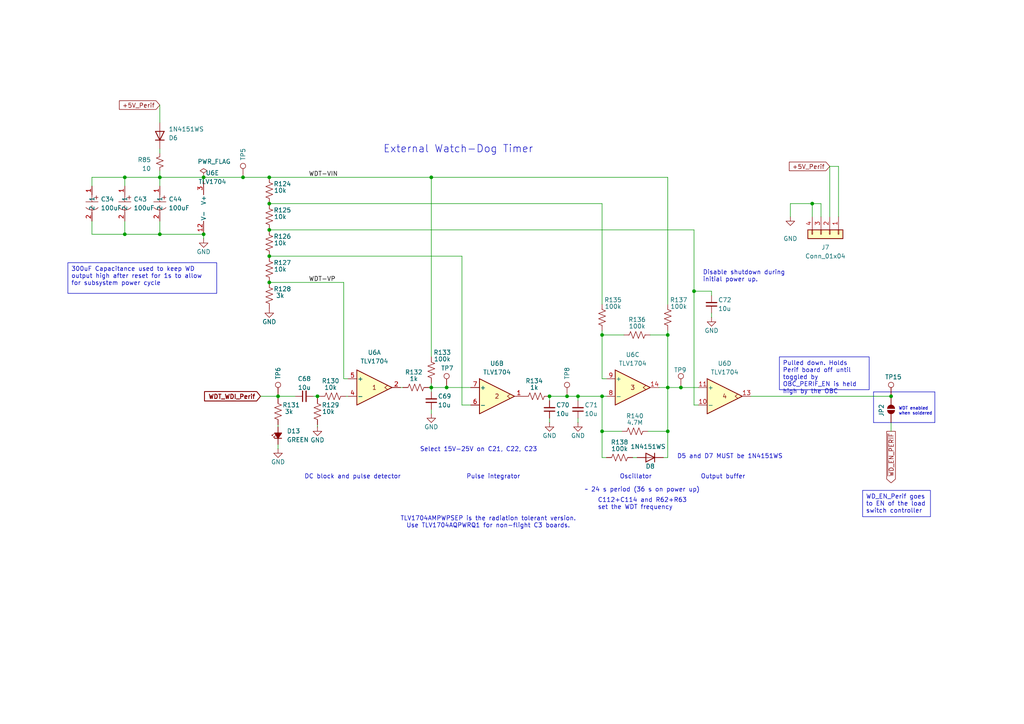
<source format=kicad_sch>
(kicad_sch (version 20250114) (generator "eeschema") (generator_version "9.0")
  (paper "A4")
  (lib_symbols
    (symbol "Connector_Generic:Conn_01x04" (pin_names (offset 1.016) (hide yes))
      (property "Reference" "J" (at 0 5.08 0))
      (property "Value" "Conn_01x04" (at 0 -7.62 0))
      (symbol "Conn_01x04_1_1"
        (rectangle (start -1.27 3.81) (end 1.27 -6.35) (stroke (width 0.254)) (fill (type background)))
        (rectangle (start -1.27 2.667) (end 0 2.413) (stroke (width 0.1524)))
        (rectangle (start -1.27 0.127) (end 0 -0.127) (stroke (width 0.1524)))
        (rectangle (start -1.27 -2.413) (end 0 -2.667) (stroke (width 0.1524)))
        (rectangle (start -1.27 -4.953) (end 0 -5.207) (stroke (width 0.1524)))
        (pin passive line (at -5.08 2.54 0) (length 3.81) (name "Pin_1") (number "1"))
        (pin passive line (at -5.08 0 0) (length 3.81) (name "Pin_2") (number "2"))
        (pin passive line (at -5.08 -2.54 0) (length 3.81) (name "Pin_3") (number "3"))
        (pin passive line (at -5.08 -5.08 0) (length 3.81) (name "Pin_4") (number "4"))
      )
    )
    (symbol "Device:C_Small" (pin_numbers (hide yes)) (pin_names (offset 0.254) (hide yes))
      (property "Reference" "C" (at 0.254 1.778 0))
      (property "Value" "C_Small" (at 0.254 -2.032 0))
      (symbol "C_Small_0_1"
        (polyline (pts (xy -1.524 0.508) (xy 1.524 0.508)) (stroke (width 0.3048)))
        (polyline (pts (xy -1.524 -0.508) (xy 1.524 -0.508)) (stroke (width 0.3302)))
      )
      (symbol "C_Small_1_1"
        (pin passive line (at 0 2.54 270) (length 2.032) (name "~") (number "1"))
        (pin passive line (at 0 -2.54 90) (length 2.032) (name "~") (number "2"))
      )
    )
    (symbol "Device:LED_Small_Filled" (pin_numbers (hide yes)) (pin_names (offset 0.254) (hide yes))
      (property "Reference" "D" (at -1.27 3.175 0))
      (property "Value" "LED_Small_Filled" (at -4.445 -2.54 0))
      (symbol "LED_Small_Filled_0_1"
        (polyline (pts (xy -0.762 -1.016) (xy -0.762 1.016)) (stroke (width 0.254)))
        (polyline (pts (xy 0 0.762) (xy -0.508 1.27) (xy -0.254 1.27) (xy -0.508 1.27) (xy -0.508 1.016)))
        (polyline (pts (xy 0.508 1.27) (xy 0 1.778) (xy 0.254 1.778) (xy 0 1.778) (xy 0 1.524)))
        (polyline (pts (xy 0.762 -1.016) (xy -0.762 0) (xy 0.762 1.016) (xy 0.762 -1.016)) (stroke (width 0.254)) (fill (type outline)))
        (polyline (pts (xy 1.016 0) (xy -0.762 0)))
      )
      (symbol "LED_Small_Filled_1_1"
        (pin passive line (at -2.54 0 0) (length 1.778) (name "K") (number "1"))
        (pin passive line (at 2.54 0 180) (length 1.778) (name "A") (number "2"))
      )
    )
    (symbol "Device:R_Small_US" (pin_numbers (hide yes)) (pin_names (offset 0.254) (hide yes))
      (property "Reference" "R" (at 0.762 0.508 0))
      (property "Value" "R_Small_US" (at 0.762 -1.016 0))
      (symbol "R_Small_US_1_1"
        (polyline (pts (xy 0 1.524) (xy 1.016 1.143) (xy 0 0.762) (xy -1.016 0.381) (xy 0 0)))
        (polyline (pts (xy 0 0) (xy 1.016 -0.381) (xy 0 -0.762) (xy -1.016 -1.143) (xy 0 -1.524)))
        (pin passive line (at 0 2.54 270) (length 1.016) (name "~") (number "1"))
        (pin passive line (at 0 -2.54 90) (length 1.016) (name "~") (number "2"))
      )
    )
    (symbol "Device:R_US" (pin_numbers (hide yes)) (pin_names (offset 0))
      (property "Reference" "R" (at 2.54 0 90))
      (property "Value" "R_US" (at -2.54 0 90))
      (symbol "R_US_0_1"
        (polyline (pts (xy 0 2.286) (xy 0 2.54)))
        (polyline (pts (xy 0 2.286) (xy 1.016 1.905) (xy 0 1.524) (xy -1.016 1.143) (xy 0 0.762)))
        (polyline (pts (xy 0 0.762) (xy 1.016 0.381) (xy 0 0) (xy -1.016 -0.381) (xy 0 -0.762)))
        (polyline (pts (xy 0 -0.762) (xy 1.016 -1.143) (xy 0 -1.524) (xy -1.016 -1.905) (xy 0 -2.286)))
        (polyline (pts (xy 0 -2.286) (xy 0 -2.54)))
      )
      (symbol "R_US_1_1"
        (pin passive line (at 0 3.81 270) (length 1.27) (name "~") (number "1"))
        (pin passive line (at 0 -3.81 90) (length 1.27) (name "~") (number "2"))
      )
    )
    (symbol "EPS:1N4151WS" (pin_numbers (hide yes)) (pin_names (offset 1.016) (hide yes))
      (property "Reference" "D" (at 0 2.54 0))
      (property "Value" "1N4151WS" (at 0 -2.54 0))
      (symbol "1N4151WS_0_1"
        (polyline (pts (xy -1.27 1.27) (xy -1.27 -1.27)) (stroke (width 0.254)))
        (polyline (pts (xy 1.27 1.27) (xy 1.27 -1.27) (xy -1.27 0) (xy 1.27 1.27)) (stroke (width 0.254)))
        (polyline (pts (xy 1.27 0) (xy -1.27 0)))
      )
      (symbol "1N4151WS_1_1"
        (pin passive line (at -3.81 0 0) (length 2.54) (name "K") (number "1"))
        (pin passive line (at 3.81 0 180) (length 2.54) (name "A") (number "2"))
      )
    )
    (symbol "EPS:TCN4107M035R0100E"
      (property "Reference" "C" (at 0 5.08 0))
      (property "Value" "TCN4107M035R0100E" (at 0 -5.08 0))
      (symbol "TCN4107M035R0100E_0_1"
        (polyline (pts (xy -2.54 0) (xy -0.51 0)))
        (polyline (pts (xy -2.29 1.27) (xy -1.27 1.27)))
        (polyline (pts (xy -1.78 1.78) (xy -1.78 0.76)))
        (arc (start 1.15 1.79) (mid 1.8578 0.0159) (end 1.13 -1.75))
        (polyline (pts (xy -0.51 1.78) (xy -0.51 -1.78)))
        (polyline (pts (xy 0.51 0) (xy 2.54 0)))
        (pin input line (at -5.08 0 0) (length 2.54) (name "1") (number "1"))
        (pin input line (at 5.08 0 180) (length 2.54) (name "2") (number "2"))
      )
    )
    (symbol "EPS:TLV1704AIPWR" (pin_names (offset 0.127))
      (property "Reference" "U13" (at 0 10.16 0))
      (property "Value" "TLV1704" (at 0 7.62 0))
      (symbol "TLV1704AIPWR_1_1"
        (polyline (pts (xy -5.08 5.08) (xy 5.08 0) (xy -5.08 -5.08) (xy -5.08 5.08)) (stroke (width 0.254)) (fill (type background)))
        (polyline (pts (xy 3.048 0) (xy 3.81 -0.635)))
        (polyline (pts (xy 3.81 0.635) (xy 3.048 0)))
        (text "1" (at 0 0 0) (effects (font (size 1.27 1.27))))
        (pin input line (at -7.62 2.54 0) (length 2.54) (name "+") (number "5"))
        (pin input line (at -7.62 -2.54 0) (length 2.54) (name "-") (number "4"))
        (pin open_collector line (at 7.62 0 180) (length 2.54) (name "~") (number "2"))
      )
      (symbol "TLV1704AIPWR_2_1"
        (polyline (pts (xy -5.08 5.08) (xy 5.08 0) (xy -5.08 -5.08) (xy -5.08 5.08)) (stroke (width 0.254)) (fill (type background)))
        (polyline (pts (xy 3.048 0) (xy 3.81 -0.635)))
        (polyline (pts (xy 3.81 0.635) (xy 3.048 0)))
        (text "2" (at 0 0 0) (effects (font (size 1.27 1.27))))
        (pin input line (at -7.62 2.54 0) (length 2.54) (name "+") (number "7"))
        (pin input line (at -7.62 -2.54 0) (length 2.54) (name "-") (number "6"))
        (pin open_collector line (at 7.62 0 180) (length 2.54) (name "~") (number "1"))
      )
      (symbol "TLV1704AIPWR_3_1"
        (polyline (pts (xy -5.08 5.08) (xy 5.08 0) (xy -5.08 -5.08) (xy -5.08 5.08)) (stroke (width 0.254)) (fill (type background)))
        (polyline (pts (xy 3.048 0) (xy 3.81 -0.635)))
        (polyline (pts (xy 3.81 0.635) (xy 3.048 0)))
        (text "3" (at 0 0 0) (effects (font (size 1.27 1.27))))
        (pin input line (at -7.62 2.54 0) (length 2.54) (name "+") (number "9"))
        (pin input line (at -7.62 -2.54 0) (length 2.54) (name "-") (number "8"))
        (pin open_collector line (at 7.62 0 180) (length 2.54) (name "~") (number "14"))
      )
      (symbol "TLV1704AIPWR_4_1"
        (polyline (pts (xy -5.08 5.08) (xy 5.08 0) (xy -5.08 -5.08) (xy -5.08 5.08)) (stroke (width 0.254)) (fill (type background)))
        (polyline (pts (xy 3.048 0) (xy 3.81 -0.635)))
        (polyline (pts (xy 3.81 0.635) (xy 3.048 0)))
        (text "4" (at 0 0 0) (effects (font (size 1.27 1.27))))
        (pin input line (at -7.62 2.54 0) (length 2.54) (name "+") (number "11"))
        (pin input line (at -7.62 -2.54 0) (length 2.54) (name "-") (number "10"))
        (pin open_collector line (at 7.62 0 180) (length 2.54) (name "~") (number "13"))
      )
      (symbol "TLV1704AIPWR_5_1"
        (pin power_in line (at -2.54 7.62 270) (length 3.81) (name "V+") (number "3"))
        (pin power_in line (at -2.54 -7.62 90) (length 3.81) (name "V-") (number "12"))
      )
    )
    (symbol "EPS:TestPoint" (pin_numbers (hide yes)) (pin_names (offset 0.762) (hide yes))
      (property "Reference" "TP" (at 0 6.858 0))
      (property "Value" "TestPoint" (at 0 5.08 0))
      (symbol "TestPoint_0_1"
        (circle (center 0 3.302) (radius 0.762))
      )
      (symbol "TestPoint_1_1"
        (pin passive line (at 0 0 90) (length 2.54) (name "1") (number "1"))
      )
    )
    (symbol "Jumper:SolderJumper_2_Open" (pin_numbers (hide yes)) (pin_names (offset 0) (hide yes)) (exclude_from_sim yes) (in_bom no)
      (property "Reference" "JP" (at 0 2.032 0))
      (property "Value" "SolderJumper_2_Open" (at 0 -2.54 0))
      (symbol "SolderJumper_2_Open_0_1"
        (polyline (pts (xy -0.254 1.016) (xy -0.254 -1.016)))
        (arc (start -0.254 -1.016) (mid -1.2656 0) (end -0.254 1.016))
        (arc (start -0.254 -1.016) (mid -1.2656 0) (end -0.254 1.016) (fill (type outline)))
        (arc (start 0.254 1.016) (mid 1.2656 0) (end 0.254 -1.016))
        (arc (start 0.254 1.016) (mid 1.2656 0) (end 0.254 -1.016) (fill (type outline)))
        (polyline (pts (xy 0.254 1.016) (xy 0.254 -1.016)))
      )
      (symbol "SolderJumper_2_Open_1_1"
        (pin passive line (at -3.81 0 0) (length 2.54) (name "A") (number "1"))
        (pin passive line (at 3.81 0 180) (length 2.54) (name "B") (number "2"))
      )
    )
    (symbol "power:GND" (power) (pin_numbers (hide yes)) (pin_names (offset 0) (hide yes))
      (property "Value" "GND" (at 0 -3.81 0))
      (symbol "GND_0_1"
        (polyline (pts (xy 0 0) (xy 0 -1.27) (xy 1.27 -1.27) (xy 0 -2.54) (xy -1.27 -1.27) (xy 0 -1.27)))
      )
      (symbol "GND_1_1"
        (pin power_in line (at 0 0 270) (length 0) (name "~") (number "1"))
      )
    )
    (symbol "power:PWR_FLAG" (power) (pin_numbers (hide yes)) (pin_names (offset 0) (hide yes))
      (property "Value" "PWR_FLAG" (at 0 3.81 0))
      (symbol "PWR_FLAG_0_0"
        (pin power_out line (at 0 0 90) (length 0) (name "~") (number "1"))
      )
      (symbol "PWR_FLAG_0_1"
        (polyline (pts (xy 0 0) (xy 0 1.27) (xy -1.016 1.905) (xy 0 2.54) (xy 1.016 1.905) (xy 0 1.27)))
      )
    )
  )
  (text "External Watch-Dog Timer" (at 111.125 44.577 0) (effects (font (size 2.159 2.159)) (justify left bottom)))
  (text "Output buffer" (at 203.2 139.065 0) (effects (font (size 1.27 1.27)) (justify left bottom)))
  (text "TLV1704AMPWPSEP is the radiation tolerant version.\nUse TLV1704AQPWRQ1 for non-flight C3 boards." (at 141.605 151.511 0) (effects (font (size 1.27 1.27))))
  (text "~ 24 s period (36 s on power up)" (at 169.545 142.875 0) (effects (font (size 1.27 1.27)) (justify left bottom)))
  (text "Disable shutdown during\ninitial power up." (at 203.835 81.915 0) (effects (font (size 1.27 1.27)) (justify left bottom)))
  (text "DC block and pulse detector" (at 88.265 139.065 0) (effects (font (size 1.27 1.27)) (justify left bottom)))
  (text "WDT enabled\nwhen soldered" (at 260.604 120.523 0) (effects (font (size 0.889 0.889)) (justify left bottom)))
  (text "D5 and D7 MUST be 1N4151WS" (at 211.709 132.461 0) (effects (font (size 1.27 1.27))))
  (text "Pulse integrator" (at 135.255 139.065 0) (effects (font (size 1.27 1.27)) (justify left bottom)))
  (text "Oscillator" (at 179.705 139.065 0) (effects (font (size 1.27 1.27)) (justify left bottom)))
  (text "C112+C114 and R62+R63 \nset the WDT frequency" (at 173.355 147.955 0) (effects (font (size 1.27 1.27)) (justify left bottom)))
  (text "Select 15V-25V on C21, C22, C23" (at 138.811 130.429 0) (effects (font (size 1.27 1.27))))
  (text_box "WD_EN_Perif goes to EN of the load switch controller" (at 250.19 142.24 0) (size 19.685 7.62) (margins 0.9525 0.9525 0.9525 0.9525) (effects (font (size 1.27 1.27)) (justify left top)))
  (text_box "300uF Capacitance used to keep WD output high after reset for 1s to allow for subsystem power cycle" (at 19.685 76.2 0) (size 43.18 8.89) (margins 0.9525 0.9525 0.9525 0.9525) (effects (font (size 1.27 1.27)) (justify left top)))
  (text_box "Pulled down. Holds Perif board off until toggled by OBC_PERIF_EN is held high by the OBC" (at 226.06 103.505 0) (size 26.035 9.525) (margins 0.9525 0.9525 0.9525 0.9525) (effects (font (size 1.27 1.27)) (justify left top)))
  (junction (at 201.295 84.455))
  (junction (at 174.625 114.935))
  (junction (at 36.195 67.945))
  (junction (at 167.64 114.935))
  (junction (at 78.105 66.675))
  (junction (at 159.385 114.935))
  (junction (at 125.095 112.395))
  (junction (at 78.105 59.055))
  (junction (at 125.095 51.435))
  (junction (at 174.625 97.155))
  (junction (at 78.105 81.915))
  (junction (at 174.625 125.095))
  (junction (at 46.355 51.435))
  (junction (at 59.055 51.435))
  (junction (at 36.195 51.435))
  (junction (at 92.075 114.935))
  (junction (at 193.675 112.395))
  (junction (at 193.675 97.155))
  (junction (at 70.485 51.435))
  (junction (at 46.355 67.945))
  (junction (at 164.465 114.935))
  (junction (at 197.485 112.395))
  (junction (at 193.675 125.095))
  (junction (at 235.585 59.055))
  (junction (at 258.445 114.935))
  (junction (at 129.54 112.395))
  (junction (at 78.105 51.435))
  (junction (at 80.645 114.935))
  (junction (at 78.105 74.295))
  (junction (at 59.055 67.945))
  (wire (pts (xy 125.095 112.395) (xy 125.095 111.125)))
  (wire (pts (xy 243.205 48.26) (xy 243.205 62.865)))
  (wire (pts (xy 193.675 97.155) (xy 193.675 112.395)))
  (wire (pts (xy 92.075 123.19) (xy 92.075 123.825)))
  (wire (pts (xy 159.385 122.555) (xy 159.385 121.285)))
  (wire (pts (xy 193.675 88.265) (xy 193.675 51.435)))
  (wire (pts (xy 229.235 59.055) (xy 229.235 62.865)))
  (wire (pts (xy 187.96 125.095) (xy 193.675 125.095)))
  (wire (pts (xy 125.095 120.015) (xy 125.095 118.745)))
  (wire (pts (xy 59.055 52.705) (xy 59.055 51.435)))
  (wire (pts (xy 133.985 117.475) (xy 136.525 117.475)))
  (polyline (pts (xy 271.145 122.555) (xy 253.365 122.555)))
  (wire (pts (xy 46.355 51.435) (xy 59.055 51.435)))
  (wire (pts (xy 36.195 67.945) (xy 46.355 67.945)))
  (wire (pts (xy 90.805 114.935) (xy 92.075 114.935)))
  (polyline (pts (xy 253.365 113.665) (xy 271.145 113.665)))
  (wire (pts (xy 46.355 30.48) (xy 46.355 35.56)))
  (wire (pts (xy 46.355 43.18) (xy 46.355 44.45)))
  (wire (pts (xy 240.665 48.26) (xy 243.205 48.26)))
  (wire (pts (xy 193.675 125.095) (xy 193.675 112.395)))
  (wire (pts (xy 125.095 112.395) (xy 125.095 113.665)))
  (wire (pts (xy 36.195 64.135) (xy 36.195 67.945)))
  (wire (pts (xy 125.095 112.395) (xy 129.54 112.395)))
  (wire (pts (xy 174.625 114.935) (xy 175.895 114.935)))
  (wire (pts (xy 46.355 67.945) (xy 59.055 67.945)))
  (wire (pts (xy 192.405 132.715) (xy 193.675 132.715)))
  (wire (pts (xy 164.465 114.935) (xy 167.64 114.935)))
  (wire (pts (xy 174.625 97.155) (xy 180.975 97.155)))
  (wire (pts (xy 116.205 112.395) (xy 116.84 112.395)))
  (wire (pts (xy 174.625 88.265) (xy 174.625 59.055)))
  (wire (pts (xy 238.125 59.055) (xy 238.125 62.865)))
  (wire (pts (xy 133.985 74.295) (xy 133.985 117.475)))
  (wire (pts (xy 180.34 125.095) (xy 174.625 125.095)))
  (wire (pts (xy 197.485 112.395) (xy 202.565 112.395)))
  (wire (pts (xy 235.585 59.055) (xy 238.125 59.055)))
  (wire (pts (xy 78.105 66.675) (xy 201.295 66.675)))
  (wire (pts (xy 201.295 84.455) (xy 206.375 84.455)))
  (wire (pts (xy 193.675 95.885) (xy 193.675 97.155)))
  (wire (pts (xy 99.695 109.855) (xy 100.965 109.855)))
  (wire (pts (xy 167.64 122.555) (xy 167.64 121.285)))
  (wire (pts (xy 167.64 116.205) (xy 167.64 114.935)))
  (wire (pts (xy 26.67 67.945) (xy 36.195 67.945)))
  (wire (pts (xy 159.385 114.935) (xy 159.385 116.205)))
  (polyline (pts (xy 253.365 122.555) (xy 253.365 113.665)))
  (wire (pts (xy 78.105 74.295) (xy 133.985 74.295)))
  (wire (pts (xy 124.46 112.395) (xy 125.095 112.395)))
  (wire (pts (xy 46.355 49.53) (xy 46.355 51.435)))
  (wire (pts (xy 80.645 130.175) (xy 80.645 128.905)))
  (wire (pts (xy 80.645 115.57) (xy 80.645 114.935)))
  (wire (pts (xy 125.095 51.435) (xy 78.105 51.435)))
  (wire (pts (xy 167.64 114.935) (xy 174.625 114.935)))
  (wire (pts (xy 206.375 92.075) (xy 206.375 90.805)))
  (wire (pts (xy 129.54 112.395) (xy 136.525 112.395)))
  (wire (pts (xy 26.67 64.135) (xy 26.67 67.945)))
  (wire (pts (xy 193.675 112.395) (xy 197.485 112.395)))
  (wire (pts (xy 36.195 51.435) (xy 36.195 53.975)))
  (wire (pts (xy 80.645 123.19) (xy 80.645 123.825)))
  (wire (pts (xy 125.095 51.435) (xy 125.095 103.505)))
  (wire (pts (xy 59.055 51.435) (xy 70.485 51.435)))
  (wire (pts (xy 46.355 51.435) (xy 46.355 53.975)))
  (wire (pts (xy 235.585 59.055) (xy 229.235 59.055)))
  (wire (pts (xy 201.295 117.475) (xy 202.565 117.475)))
  (wire (pts (xy 191.135 112.395) (xy 193.675 112.395)))
  (wire (pts (xy 99.695 81.915) (xy 99.695 109.855)))
  (wire (pts (xy 78.105 59.055) (xy 174.625 59.055)))
  (wire (pts (xy 174.625 132.715) (xy 175.895 132.715)))
  (wire (pts (xy 201.295 84.455) (xy 201.295 117.475)))
  (wire (pts (xy 217.805 114.935) (xy 258.445 114.935)))
  (wire (pts (xy 206.375 85.725) (xy 206.375 84.455)))
  (wire (pts (xy 92.075 114.935) (xy 92.71 114.935)))
  (wire (pts (xy 59.055 69.215) (xy 59.055 67.945)))
  (wire (pts (xy 100.33 114.935) (xy 100.965 114.935)))
  (wire (pts (xy 240.665 62.865) (xy 240.665 48.26)))
  (wire (pts (xy 174.625 125.095) (xy 174.625 114.935)))
  (wire (pts (xy 188.595 97.155) (xy 193.675 97.155)))
  (wire (pts (xy 26.67 51.435) (xy 36.195 51.435)))
  (wire (pts (xy 193.675 132.715) (xy 193.675 125.095)))
  (wire (pts (xy 78.105 81.915) (xy 99.695 81.915)))
  (wire (pts (xy 174.625 109.855) (xy 174.625 97.155)))
  (wire (pts (xy 80.645 114.935) (xy 85.725 114.935)))
  (wire (pts (xy 70.485 51.435) (xy 78.105 51.435)))
  (wire (pts (xy 175.895 109.855) (xy 174.625 109.855)))
  (wire (pts (xy 46.355 64.135) (xy 46.355 67.945)))
  (wire (pts (xy 75.565 114.935) (xy 80.645 114.935)))
  (wire (pts (xy 201.295 66.675) (xy 201.295 84.455)))
  (wire (pts (xy 183.515 132.715) (xy 184.785 132.715)))
  (wire (pts (xy 92.075 115.57) (xy 92.075 114.935)))
  (wire (pts (xy 125.095 51.435) (xy 193.675 51.435)))
  (wire (pts (xy 159.385 114.935) (xy 164.465 114.935)))
  (wire (pts (xy 235.585 62.865) (xy 235.585 59.055)))
  (wire (pts (xy 174.625 95.885) (xy 174.625 97.155)))
  (wire (pts (xy 258.445 122.555) (xy 258.445 125.095)))
  (polyline (pts (xy 271.145 113.665) (xy 271.145 122.555)))
  (wire (pts (xy 36.195 51.435) (xy 46.355 51.435)))
  (wire (pts (xy 26.67 51.435) (xy 26.67 53.975)))
  (wire (pts (xy 174.625 132.715) (xy 174.625 125.095)))
  (label "WDT-VIN" (at 89.535 51.435 0))
  (label "WDT-VP" (at 89.535 81.915 0))
  (global_label "+5V_Perif" (shape input) (at 240.665 48.26 180) (property "Intersheetrefs" "${INTERSHEET_REFS}" (effects (hide yes))))
  (global_label "WDT_WDI_Perif" (shape input) (at 75.565 114.935 180) (effects (font (thickness 0.254) (bold yes))) (property "Intersheetrefs" "${INTERSHEET_REFS}" (effects (hide yes))))
  (global_label "+5V_Perif" (shape input) (at 46.355 30.48 180) (property "Intersheetrefs" "${INTERSHEET_REFS}" (effects (hide yes))))
  (global_label "~{WD_EN_PERIF}" (shape output) (at 258.445 125.095 270) (property "Intersheetrefs" "${INTERSHEET_REFS}" (effects (hide yes))))
  (symbol (lib_id "EPS:1N4151WS") (at 188.595 132.715 180) (unit 1)
    (property "Reference" "D8" (at 188.595 135.255 0))
    (property "Value" "1N4151WS" (at 187.96 129.54 0))
    (property "Footprint" "EPS:SOD2512X116N" (effects (hide yes)))
    (property "Datasheet" "https://www.vishay.com/docs/85412/1n4151wsg.pdf" (effects (hide yes)))
    (property "Description" "Diode" (effects (hide yes)))
    (property "DPN" "112-1N4151WS-E3-08CT-ND" (effects (hide yes)))
    (property "DST" "Digi-Key" (effects (hide yes)))
    (property "MFR" "Vishay" (effects (hide yes)))
    (property "MPN" "1N4151WS-E3-08" (effects (hide yes)))
    (property "Sim.Device" "D" (effects (hide yes)))
    (property "Sim.Pins" "1=K 2=A" (effects (hide yes)))
    (property "LCSC" "C2979762" (effects (hide yes)))
  )
  (symbol (lib_id "Device:R_US") (at 78.105 62.865 180) (unit 1)
    (property "Reference" "R125" (at 81.915 60.96 0))
    (property "Value" "10k" (at 81.28 62.865 0))
    (property "Footprint" "EPS:R0402" (effects (hide yes)))
    (property "Description" "Resistor, US symbol" (effects (hide yes)))
    (property "LCSC" "C25531" (effects (hide yes)))
  )
  (symbol (lib_id "power:PWR_FLAG") (at 59.055 51.435 0) (unit 1)
    (property "Reference" "#FLG03" (effects (hide yes)))
    (property "Value" "PWR_FLAG" (at 62.103 46.863 0))
    (property "Description" "Special symbol for telling ERC where power comes from" (effects (hide yes)))
  )
  (symbol (lib_id "power:GND") (at 167.64 122.555 0) (mirror y) (unit 1)
    (property "Reference" "#PWR016" (effects (hide yes)))
    (property "Value" "GND" (at 167.64 126.365 0))
    (property "Description" "Power symbol creates a global label with name \"GND\" , ground" (effects (hide yes)))
  )
  (symbol (lib_id "Device:R_US") (at 92.075 119.38 180) (unit 1)
    (property "Reference" "R129" (at 95.885 117.475 0))
    (property "Value" "10k" (at 95.25 119.38 0))
    (property "Footprint" "EPS:R0402" (effects (hide yes)))
    (property "Description" "Resistor, US symbol" (effects (hide yes)))
    (property "LCSC" "C25531" (effects (hide yes)))
  )
  (symbol (lib_id "Connector_Generic:Conn_01x04") (at 240.665 67.945 270) (unit 1)
    (property "Reference" "J7" (at 239.395 71.755 90))
    (property "Value" "Conn_01x04" (at 239.395 74.295 90))
    (property "Footprint" "Connector_PinSocket_2.54mm:PinSocket_1x04_P2.54mm_Vertical" (effects (hide yes)))
    (property "Description" "Generic connector, single row, 01x04, script generated (kicad-library-utils/schlib/autogen/connector/)" (effects (hide yes)))
  )
  (symbol (lib_id "Device:R_Small_US") (at 46.355 46.99 0) (mirror y) (unit 1)
    (property "Reference" "R85" (at 43.815 46.355 0) (effects (justify left)))
    (property "Value" "10" (at 43.815 48.895 0) (effects (justify left)))
    (property "Footprint" "Resistor_SMD:R_1206_3216Metric" (effects (hide yes)))
    (property "Description" "Resistor, small US symbol" (effects (hide yes)))
    (property "DPN" "RHM10.0AFCT-ND" (effects (hide yes)))
    (property "DST" "Digi-Key" (effects (hide yes)))
    (property "MFR" "Rohm Semiconductor" (effects (hide yes)))
    (property "MPN" "ESR18EZPF10R0" (effects (hide yes)))
    (property "LCSC" "C17903" (effects (hide yes)))
  )
  (symbol (lib_id "EPS:TLV1704AIPWR") (at 210.185 114.935 0) (unit 4)
    (property "Reference" "U6" (at 210.185 105.41 0))
    (property "Value" "TLV1704" (at 210.185 107.95 0))
    (property "Footprint" "Package_SO:TSSOP-14_4.4x5mm_P0.65mm" (effects (hide yes)))
    (property "Datasheet" "https://www.ti.com/lit/ds/symlink/tlv1704-sep.pdf" (effects (hide yes)))
    (property "Description" "Analog Comparators 2.2-V to 36-V, radiation tolerant microPower quad comparator in space enhanced plastic 14-TSSOP -55 to 125" (effects (hide yes)))
    (property "MFR" "Texas Instruments" (effects (hide yes)))
    (property "MPN" "TLV1704AQPWRQ1" (effects (hide yes)))
    (property "DST" "Digi-Key" (effects (hide yes)))
    (property "DPN" "296-43799-2-ND" (effects (hide yes)))
    (property "LCSC" "C181596" (effects (hide yes)))
  )
  (symbol (lib_id "Device:R_US") (at 96.52 114.935 270) (unit 1)
    (property "Reference" "R130" (at 95.885 110.49 90))
    (property "Value" "10k" (at 95.885 112.395 90))
    (property "Footprint" "EPS:R0402" (effects (hide yes)))
    (property "Description" "Resistor, US symbol" (effects (hide yes)))
    (property "LCSC" "C25531" (effects (hide yes)))
  )
  (symbol (lib_id "Device:R_US") (at 155.575 114.935 270) (unit 1)
    (property "Reference" "R134" (at 154.94 110.49 90))
    (property "Value" "1k" (at 154.94 112.395 90))
    (property "Footprint" "EPS:R0402" (effects (hide yes)))
    (property "Description" "Resistor, US symbol" (effects (hide yes)))
    (property "LCSC" "C106235" (effects (hide yes)))
  )
  (symbol (lib_id "Device:R_US") (at 78.105 70.485 180) (unit 1)
    (property "Reference" "R126" (at 81.915 68.58 0))
    (property "Value" "10k" (at 81.28 70.485 0))
    (property "Footprint" "EPS:R0402" (effects (hide yes)))
    (property "Description" "Resistor, US symbol" (effects (hide yes)))
    (property "LCSC" "C25531" (effects (hide yes)))
  )
  (symbol (lib_id "power:GND") (at 125.095 120.015 0) (unit 1)
    (property "Reference" "#PWR014" (effects (hide yes)))
    (property "Value" "GND" (at 125.095 123.825 0))
    (property "Description" "Power symbol creates a global label with name \"GND\" , ground" (effects (hide yes)))
  )
  (symbol (lib_id "Jumper:SolderJumper_2_Open") (at 258.445 118.745 270) (unit 1)
    (property "Reference" "JP2" (at 255.651 118.999 0))
    (property "Value" "SolderJumper_2_Open" (effects (hide yes)))
    (property "Footprint" "Jumper:SolderJumper-2_P1.3mm_Open_RoundedPad1.0x1.5mm" (effects (hide yes)))
    (property "Description" "Solder Jumper, 2-pole, open" (effects (hide yes)))
  )
  (symbol (lib_id "Device:R_US") (at 174.625 92.075 0) (unit 1)
    (property "Reference" "R135" (at 177.8 86.995 0))
    (property "Value" "100k" (at 177.8 88.9 0))
    (property "Footprint" "EPS:R0402" (effects (hide yes)))
    (property "Description" "Resistor, US symbol" (effects (hide yes)))
    (property "LCSC" "C269673" (effects (hide yes)))
  )
  (symbol (lib_id "EPS:TestPoint") (at 80.645 114.935 0) (unit 1)
    (property "Reference" "TP6" (at 80.645 110.109 90) (effects (justify left)))
    (property "Value" "TestPoint" (effects (hide yes)))
    (property "Footprint" "TestPoint:TestPoint_Pad_1.0x1.0mm" (effects (hide yes)))
    (property "Description" "test point" (effects (hide yes)))
  )
  (symbol (lib_id "Device:R_US") (at 78.105 55.245 180) (unit 1)
    (property "Reference" "R124" (at 81.915 53.34 0))
    (property "Value" "10k" (at 81.28 55.245 0))
    (property "Footprint" "EPS:R0402" (effects (hide yes)))
    (property "Description" "Resistor, US symbol" (effects (hide yes)))
    (property "LCSC" "C25531" (effects (hide yes)))
  )
  (symbol (lib_id "EPS:TCN4107M035R0100E") (at 26.67 59.055 270) (unit 1)
    (property "Reference" "C34" (at 29.21 57.7849 90) (effects (justify left)))
    (property "Value" "100uF" (at 29.21 60.3249 90) (effects (justify left)))
    (property "Footprint" "EPS:CAP-SMD_L7.3-W6.1_TCN4227M025R0100" (effects (hide yes)))
    (property "LCSC Part" "C2158793" (effects (hide yes)))
  )
  (symbol (lib_id "EPS:TCN4107M035R0100E") (at 36.195 59.055 270) (unit 1)
    (property "Reference" "C43" (at 38.735 57.7849 90) (effects (justify left)))
    (property "Value" "100uF" (at 38.735 60.3249 90) (effects (justify left)))
    (property "Footprint" "EPS:CAP-SMD_L7.3-W6.1_TCN4227M025R0100" (effects (hide yes)))
    (property "LCSC Part" "C2158793" (effects (hide yes)))
  )
  (symbol (lib_id "Device:R_US") (at 78.105 85.725 180) (unit 1)
    (property "Reference" "R128" (at 81.915 83.82 0))
    (property "Value" "3k" (at 81.28 85.725 0))
    (property "Footprint" "EPS:R0402" (effects (hide yes)))
    (property "Description" "Resistor, US symbol" (effects (hide yes)))
    (property "LCSC" "C2909355" (effects (hide yes)))
  )
  (symbol (lib_id "Device:C_Small") (at 159.385 118.745 180) (unit 1)
    (property "Reference" "C70" (at 161.29 117.475 0) (effects (justify right)))
    (property "Value" "10u" (at 161.29 120.015 0) (effects (justify right)))
    (property "Footprint" "EPS:C0402" (effects (hide yes)))
    (property "Description" "Unpolarized capacitor, small symbol" (effects (hide yes)))
    (property "LCSC" "194427" (effects (hide yes)))
  )
  (symbol (lib_id "EPS:TLV1704AIPWR") (at 144.145 114.935 0) (unit 2)
    (property "Reference" "U6" (at 144.145 105.41 0))
    (property "Value" "TLV1704" (at 144.145 107.95 0))
    (property "Footprint" "Package_SO:TSSOP-14_4.4x5mm_P0.65mm" (effects (hide yes)))
    (property "Datasheet" "https://www.ti.com/lit/ds/symlink/tlv1704-sep.pdf" (effects (hide yes)))
    (property "Description" "Analog Comparators 2.2-V to 36-V, radiation tolerant microPower quad comparator in space enhanced plastic 14-TSSOP -55 to 125" (effects (hide yes)))
    (property "MFR" "Texas Instruments" (effects (hide yes)))
    (property "MPN" "TLV1704AQPWRQ1" (effects (hide yes)))
    (property "DST" "Digi-Key" (effects (hide yes)))
    (property "DPN" "296-43799-2-ND" (effects (hide yes)))
    (property "LCSC" "C181596" (effects (hide yes)))
  )
  (symbol (lib_id "power:GND") (at 206.375 92.075 0) (mirror y) (unit 1)
    (property "Reference" "#PWR017" (effects (hide yes)))
    (property "Value" "GND" (at 206.375 95.885 0))
    (property "Description" "Power symbol creates a global label with name \"GND\" , ground" (effects (hide yes)))
  )
  (symbol (lib_id "Device:LED_Small_Filled") (at 80.645 126.365 90) (unit 1)
    (property "Reference" "D13" (at 83.185 125.0315 90) (effects (justify right)))
    (property "Value" "GREEN" (at 83.185 127.5715 90) (effects (justify right)))
    (property "Footprint" "LED_SMD:LED_0603_1608Metric" (effects (hide yes)))
    (property "Description" "Light emitting diode, small symbol, filled shape" (effects (hide yes)))
    (property "DPN" "732-4971-1-ND" (effects (hide yes)))
    (property "DST" "Digi-Key" (effects (hide yes)))
    (property "MFR" "Wurth" (effects (hide yes)))
    (property "MPN" "150060GS75000" (effects (hide yes)))
    (property "Sim.Pins" "1=K 2=A" (effects (hide yes)))
    (property "LCSC" "C965799" (effects (hide yes)))
  )
  (symbol (lib_id "EPS:TCN4107M035R0100E") (at 46.355 59.055 270) (unit 1)
    (property "Reference" "C44" (at 48.895 57.7849 90) (effects (justify left)))
    (property "Value" "100uF" (at 48.895 60.3249 90) (effects (justify left)))
    (property "Footprint" "EPS:CAP-SMD_L7.3-W6.1_TCN4227M025R0100" (effects (hide yes)))
    (property "LCSC Part" "C2158793" (effects (hide yes)))
  )
  (symbol (lib_id "Device:C_Small") (at 125.095 116.205 180) (unit 1)
    (property "Reference" "C69" (at 127 114.935 0) (effects (justify right)))
    (property "Value" "10u" (at 127 117.475 0) (effects (justify right)))
    (property "Footprint" "EPS:C0402" (effects (hide yes)))
    (property "Description" "Unpolarized capacitor, small symbol" (effects (hide yes)))
    (property "LCSC" "194427" (effects (hide yes)))
  )
  (symbol (lib_id "Device:C_Small") (at 206.375 88.265 180) (unit 1)
    (property "Reference" "C72" (at 208.28 86.995 0) (effects (justify right)))
    (property "Value" "10u" (at 208.28 89.535 0) (effects (justify right)))
    (property "Footprint" "EPS:C0402" (effects (hide yes)))
    (property "Description" "Unpolarized capacitor, small symbol" (effects (hide yes)))
    (property "LCSC" "194427" (effects (hide yes)))
  )
  (symbol (lib_id "Device:R_US") (at 179.705 132.715 90) (unit 1)
    (property "Reference" "R138" (at 179.705 128.27 90))
    (property "Value" "100k" (at 179.705 130.175 90))
    (property "Footprint" "EPS:R0402" (effects (hide yes)))
    (property "Description" "Resistor, US symbol" (effects (hide yes)))
    (property "LCSC" "C269673" (effects (hide yes)))
  )
  (symbol (lib_id "EPS:TestPoint") (at 129.54 112.395 0) (unit 1)
    (property "Reference" "TP7" (at 127.889 106.807 0) (effects (justify left)))
    (property "Value" "TestPoint" (effects (hide yes)))
    (property "Footprint" "TestPoint:TestPoint_Pad_1.0x1.0mm" (effects (hide yes)))
    (property "Description" "test point" (effects (hide yes)))
  )
  (symbol (lib_id "Device:C_Small") (at 88.265 114.935 90) (unit 1)
    (property "Reference" "C68" (at 88.2713 109.855 90))
    (property "Value" "10u" (at 88.2713 112.395 90))
    (property "Footprint" "EPS:C0402" (effects (hide yes)))
    (property "Description" "Unpolarized capacitor, small symbol" (effects (hide yes)))
    (property "LCSC" "194427" (effects (hide yes)))
  )
  (symbol (lib_id "power:GND") (at 92.075 123.825 0) (unit 1)
    (property "Reference" "#PWR013" (effects (hide yes)))
    (property "Value" "GND" (at 92.075 127.635 0))
    (property "Description" "Power symbol creates a global label with name \"GND\" , ground" (effects (hide yes)))
  )
  (symbol (lib_id "power:GND") (at 229.235 62.865 0) (unit 1)
    (property "Reference" "#PWR018" (effects (hide yes)))
    (property "Value" "GND" (at 229.235 69.215 0))
    (property "Description" "Power symbol creates a global label with name \"GND\" , ground" (effects (hide yes)))
  )
  (symbol (lib_id "EPS:TestPoint") (at 258.445 114.935 0) (unit 1)
    (property "Reference" "TP15" (at 256.667 109.347 0) (effects (justify left)))
    (property "Value" "TestPoint" (effects (hide yes)))
    (property "Footprint" "TestPoint:TestPoint_Pad_1.0x1.0mm" (effects (hide yes)))
    (property "Description" "test point" (effects (hide yes)))
  )
  (symbol (lib_id "EPS:TestPoint") (at 164.465 114.935 0) (unit 1)
    (property "Reference" "TP8" (at 164.465 110.109 90) (effects (justify left)))
    (property "Value" "TestPoint" (effects (hide yes)))
    (property "Footprint" "TestPoint:TestPoint_Pad_1.0x1.0mm" (effects (hide yes)))
    (property "Description" "test point" (effects (hide yes)))
  )
  (symbol (lib_id "EPS:TLV1704AIPWR") (at 108.585 112.395 0) (unit 1)
    (property "Reference" "U6" (at 108.585 102.235 0))
    (property "Value" "TLV1704" (at 108.585 104.775 0))
    (property "Footprint" "Package_SO:TSSOP-14_4.4x5mm_P0.65mm" (effects (hide yes)))
    (property "Datasheet" "https://www.ti.com/lit/ds/symlink/tlv1704-sep.pdf" (effects (hide yes)))
    (property "Description" "Analog Comparators 2.2-V to 36-V, radiation tolerant microPower quad comparator in space enhanced plastic 14-TSSOP -55 to 125" (effects (hide yes)))
    (property "MFR" "Texas Instruments" (effects (hide yes)))
    (property "MPN" "TLV1704AQPWRQ1" (effects (hide yes)))
    (property "DST" "Digi-Key" (effects (hide yes)))
    (property "DPN" "296-43799-2-ND" (effects (hide yes)))
    (property "LCSC" "C181596" (effects (hide yes)))
  )
  (symbol (lib_id "Device:R_US") (at 125.095 107.315 0) (unit 1)
    (property "Reference" "R133" (at 128.27 102.235 0))
    (property "Value" "100k" (at 128.27 104.14 0))
    (property "Footprint" "EPS:R0402" (effects (hide yes)))
    (property "Description" "Resistor, US symbol" (effects (hide yes)))
    (property "LCSC" "C269673" (effects (hide yes)))
  )
  (symbol (lib_id "Device:C_Small") (at 167.64 118.745 180) (unit 1)
    (property "Reference" "C71" (at 169.545 117.475 0) (effects (justify right)))
    (property "Value" "10u" (at 169.545 120.015 0) (effects (justify right)))
    (property "Footprint" "EPS:C0402" (effects (hide yes)))
    (property "Description" "Unpolarized capacitor, small symbol" (effects (hide yes)))
    (property "LCSC" "194427" (effects (hide yes)))
  )
  (symbol (lib_id "EPS:TLV1704AIPWR") (at 61.595 60.325 0) (unit 5)
    (property "Reference" "U6" (at 61.595 50.165 0))
    (property "Value" "TLV1704" (at 61.595 52.705 0))
    (property "Footprint" "Package_SO:TSSOP-14_4.4x5mm_P0.65mm" (effects (hide yes)))
    (property "Datasheet" "https://www.ti.com/lit/ds/symlink/tlv1704-sep.pdf" (effects (hide yes)))
    (property "Description" "Analog Comparators 2.2-V to 36-V, radiation tolerant microPower quad comparator in space enhanced plastic 14-TSSOP -55 to 125" (effects (hide yes)))
    (property "MFR" "Texas Instruments" (effects (hide yes)))
    (property "MPN" "TLV1704AQPWRQ1" (effects (hide yes)))
    (property "DST" "Digi-Key" (effects (hide yes)))
    (property "DPN" "296-43799-2-ND" (effects (hide yes)))
    (property "LCSC" "C181596" (effects (hide yes)))
  )
  (symbol (lib_id "power:GND") (at 80.645 130.175 0) (unit 1)
    (property "Reference" "#PWR012" (effects (hide yes)))
    (property "Value" "GND" (at 80.645 133.985 0))
    (property "Description" "Power symbol creates a global label with name \"GND\" , ground" (effects (hide yes)))
  )
  (symbol (lib_id "EPS:TestPoint") (at 70.485 51.435 0) (unit 1)
    (property "Reference" "TP5" (at 70.485 46.609 90) (effects (justify left)))
    (property "Value" "TestPoint" (effects (hide yes)))
    (property "Footprint" "TestPoint:TestPoint_Pad_1.0x1.0mm" (effects (hide yes)))
    (property "Description" "test point" (effects (hide yes)))
  )
  (symbol (lib_id "Device:R_US") (at 184.15 125.095 90) (unit 1)
    (property "Reference" "R140" (at 184.15 120.65 90))
    (property "Value" "4.7M" (at 184.15 122.555 90))
    (property "Footprint" "EPS:R0402" (effects (hide yes)))
    (property "Description" "Resistor, US symbol" (effects (hide yes)))
    (property "LCSC" "C474132" (effects (hide yes)))
  )
  (symbol (lib_id "Device:R_US") (at 78.105 78.105 180) (unit 1)
    (property "Reference" "R127" (at 81.915 76.2 0))
    (property "Value" "10k" (at 81.28 78.105 0))
    (property "Footprint" "EPS:R0402" (effects (hide yes)))
    (property "Description" "Resistor, US symbol" (effects (hide yes)))
    (property "LCSC" "C25531" (effects (hide yes)))
  )
  (symbol (lib_id "EPS:1N4151WS") (at 46.355 39.37 270) (mirror x) (unit 1)
    (property "Reference" "D6" (at 48.895 40.005 90) (effects (justify left)))
    (property "Value" "1N4151WS" (at 48.895 37.465 90) (effects (justify left)))
    (property "Footprint" "EPS:SOD2512X116N" (effects (hide yes)))
    (property "Datasheet" "https://www.vishay.com/docs/85412/1n4151wsg.pdf" (effects (hide yes)))
    (property "Description" "Diode" (effects (hide yes)))
    (property "DPN" "112-1N4151WS-E3-08CT-ND" (effects (hide yes)))
    (property "DST" "Digi-Key" (effects (hide yes)))
    (property "MFR" "Vishay" (effects (hide yes)))
    (property "MPN" "1N4151WS-E3-08" (effects (hide yes)))
    (property "Sim.Device" "D" (effects (hide yes)))
    (property "Sim.Pins" "1=K 2=A" (effects (hide yes)))
    (property "LCSC" "C2979762" (effects (hide yes)))
  )
  (symbol (lib_id "power:GND") (at 78.105 89.535 0) (unit 1)
    (property "Reference" "#PWR095" (effects (hide yes)))
    (property "Value" "GND" (at 78.105 93.345 0))
    (property "Description" "Power symbol creates a global label with name \"GND\" , ground" (effects (hide yes)))
  )
  (symbol (lib_id "EPS:TLV1704AIPWR") (at 183.515 112.395 0) (unit 3)
    (property "Reference" "U6" (at 183.515 102.87 0))
    (property "Value" "TLV1704" (at 183.515 105.41 0))
    (property "Footprint" "Package_SO:TSSOP-14_4.4x5mm_P0.65mm" (effects (hide yes)))
    (property "Datasheet" "https://www.ti.com/lit/ds/symlink/tlv1704-sep.pdf" (effects (hide yes)))
    (property "Description" "Analog Comparators 2.2-V to 36-V, radiation tolerant microPower quad comparator in space enhanced plastic 14-TSSOP -55 to 125" (effects (hide yes)))
    (property "MFR" "Texas Instruments" (effects (hide yes)))
    (property "MPN" "TLV1704AQPWRQ1" (effects (hide yes)))
    (property "DST" "Digi-Key" (effects (hide yes)))
    (property "DPN" "296-43799-2-ND" (effects (hide yes)))
    (property "LCSC" "C181596" (effects (hide yes)))
  )
  (symbol (lib_id "Device:R_US") (at 80.645 119.38 180) (unit 1)
    (property "Reference" "R131" (at 84.455 117.475 0))
    (property "Value" "3k" (at 83.82 119.38 0))
    (property "Footprint" "EPS:R0402" (effects (hide yes)))
    (property "Description" "Resistor, US symbol" (effects (hide yes)))
    (property "LCSC" "C2909355" (effects (hide yes)))
  )
  (symbol (lib_id "Device:R_US") (at 120.65 112.395 270) (unit 1)
    (property "Reference" "R132" (at 120.015 107.95 90))
    (property "Value" "1k" (at 120.015 109.855 90))
    (property "Footprint" "EPS:R0402" (effects (hide yes)))
    (property "Description" "Resistor, US symbol" (effects (hide yes)))
    (property "LCSC" "C106235" (effects (hide yes)))
  )
  (symbol (lib_id "EPS:TestPoint") (at 197.485 112.395 0) (unit 1)
    (property "Reference" "TP9" (at 195.453 107.315 0) (effects (justify left)))
    (property "Value" "TestPoint" (effects (hide yes)))
    (property "Footprint" "TestPoint:TestPoint_Pad_1.0x1.0mm" (effects (hide yes)))
    (property "Description" "test point" (effects (hide yes)))
  )
  (symbol (lib_id "Device:R_US") (at 193.675 92.075 0) (unit 1)
    (property "Reference" "R137" (at 196.85 86.995 0))
    (property "Value" "100k" (at 196.85 88.9 0))
    (property "Footprint" "EPS:R0402" (effects (hide yes)))
    (property "Description" "Resistor, US symbol" (effects (hide yes)))
    (property "LCSC" "C269673" (effects (hide yes)))
  )
  (symbol (lib_id "Device:R_US") (at 184.785 97.155 90) (unit 1)
    (property "Reference" "R136" (at 184.785 92.71 90))
    (property "Value" "100k" (at 184.785 94.615 90))
    (property "Footprint" "EPS:R0402" (effects (hide yes)))
    (property "Description" "Resistor, US symbol" (effects (hide yes)))
    (property "LCSC" "C269673" (effects (hide yes)))
  )
  (symbol (lib_id "power:GND") (at 59.055 69.215 0) (mirror y) (unit 1)
    (property "Reference" "#PWR010" (effects (hide yes)))
    (property "Value" "GND" (at 59.055 73.025 0))
    (property "Description" "Power symbol creates a global label with name \"GND\" , ground" (effects (hide yes)))
  )
  (symbol (lib_id "power:GND") (at 159.385 122.555 0) (mirror y) (unit 1)
    (property "Reference" "#PWR015" (effects (hide yes)))
    (property "Value" "GND" (at 159.385 126.365 0))
    (property "Description" "Power symbol creates a global label with name \"GND\" , ground" (effects (hide yes)))
  )
)
</source>
